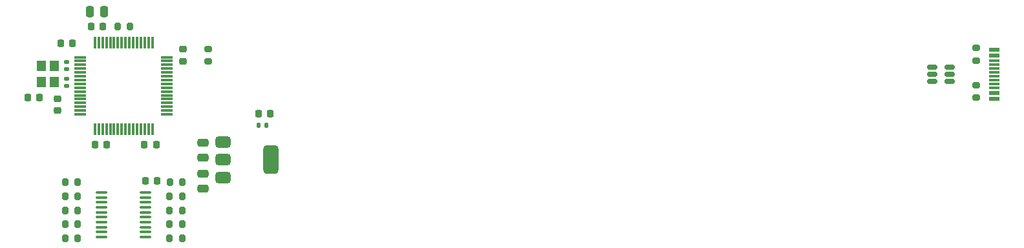
<source format=gbr>
%TF.GenerationSoftware,KiCad,Pcbnew,9.0.1*%
%TF.CreationDate,2025-07-28T14:50:10-04:00*%
%TF.ProjectId,LED-DriverPCB,4c45442d-4472-4697-9665-725043422e6b,rev?*%
%TF.SameCoordinates,Original*%
%TF.FileFunction,Paste,Top*%
%TF.FilePolarity,Positive*%
%FSLAX46Y46*%
G04 Gerber Fmt 4.6, Leading zero omitted, Abs format (unit mm)*
G04 Created by KiCad (PCBNEW 9.0.1) date 2025-07-28 14:50:10*
%MOMM*%
%LPD*%
G01*
G04 APERTURE LIST*
G04 Aperture macros list*
%AMRoundRect*
0 Rectangle with rounded corners*
0 $1 Rounding radius*
0 $2 $3 $4 $5 $6 $7 $8 $9 X,Y pos of 4 corners*
0 Add a 4 corners polygon primitive as box body*
4,1,4,$2,$3,$4,$5,$6,$7,$8,$9,$2,$3,0*
0 Add four circle primitives for the rounded corners*
1,1,$1+$1,$2,$3*
1,1,$1+$1,$4,$5*
1,1,$1+$1,$6,$7*
1,1,$1+$1,$8,$9*
0 Add four rect primitives between the rounded corners*
20,1,$1+$1,$2,$3,$4,$5,0*
20,1,$1+$1,$4,$5,$6,$7,0*
20,1,$1+$1,$6,$7,$8,$9,0*
20,1,$1+$1,$8,$9,$2,$3,0*%
G04 Aperture macros list end*
%ADD10RoundRect,0.225000X0.225000X0.250000X-0.225000X0.250000X-0.225000X-0.250000X0.225000X-0.250000X0*%
%ADD11R,1.450000X0.600000*%
%ADD12R,1.450000X0.300000*%
%ADD13RoundRect,0.200000X0.200000X0.275000X-0.200000X0.275000X-0.200000X-0.275000X0.200000X-0.275000X0*%
%ADD14RoundRect,0.200000X-0.200000X-0.275000X0.200000X-0.275000X0.200000X0.275000X-0.200000X0.275000X0*%
%ADD15RoundRect,0.100000X-0.637500X-0.100000X0.637500X-0.100000X0.637500X0.100000X-0.637500X0.100000X0*%
%ADD16RoundRect,0.140000X0.170000X-0.140000X0.170000X0.140000X-0.170000X0.140000X-0.170000X-0.140000X0*%
%ADD17RoundRect,0.250000X-0.250000X-0.475000X0.250000X-0.475000X0.250000X0.475000X-0.250000X0.475000X0*%
%ADD18RoundRect,0.250000X0.475000X-0.250000X0.475000X0.250000X-0.475000X0.250000X-0.475000X-0.250000X0*%
%ADD19RoundRect,0.375000X-0.625000X-0.375000X0.625000X-0.375000X0.625000X0.375000X-0.625000X0.375000X0*%
%ADD20RoundRect,0.500000X-0.500000X-1.400000X0.500000X-1.400000X0.500000X1.400000X-0.500000X1.400000X0*%
%ADD21RoundRect,0.135000X-0.135000X-0.185000X0.135000X-0.185000X0.135000X0.185000X-0.135000X0.185000X0*%
%ADD22RoundRect,0.200000X-0.275000X0.200000X-0.275000X-0.200000X0.275000X-0.200000X0.275000X0.200000X0*%
%ADD23RoundRect,0.225000X-0.225000X-0.250000X0.225000X-0.250000X0.225000X0.250000X-0.225000X0.250000X0*%
%ADD24RoundRect,0.225000X-0.250000X0.225000X-0.250000X-0.225000X0.250000X-0.225000X0.250000X0.225000X0*%
%ADD25RoundRect,0.075000X-0.700000X-0.075000X0.700000X-0.075000X0.700000X0.075000X-0.700000X0.075000X0*%
%ADD26RoundRect,0.075000X-0.075000X-0.700000X0.075000X-0.700000X0.075000X0.700000X-0.075000X0.700000X0*%
%ADD27RoundRect,0.225000X0.250000X-0.225000X0.250000X0.225000X-0.250000X0.225000X-0.250000X-0.225000X0*%
%ADD28RoundRect,0.250000X-0.475000X0.250000X-0.475000X-0.250000X0.475000X-0.250000X0.475000X0.250000X0*%
%ADD29R,1.200000X1.400000*%
%ADD30RoundRect,0.218750X-0.218750X-0.256250X0.218750X-0.256250X0.218750X0.256250X-0.218750X0.256250X0*%
%ADD31RoundRect,0.200000X0.275000X-0.200000X0.275000X0.200000X-0.275000X0.200000X-0.275000X-0.200000X0*%
%ADD32RoundRect,0.140000X-0.170000X0.140000X-0.170000X-0.140000X0.170000X-0.140000X0.170000X0.140000X0*%
%ADD33RoundRect,0.150000X-0.512500X-0.150000X0.512500X-0.150000X0.512500X0.150000X-0.512500X0.150000X0*%
G04 APERTURE END LIST*
D10*
%TO.C,C16*%
X230854000Y-151959000D03*
X232404000Y-151959000D03*
%TD*%
D11*
%TO.C,J9*%
X342015251Y-141241000D03*
X342015251Y-140441000D03*
D12*
X342015251Y-139741000D03*
X342015251Y-138741000D03*
X342015251Y-137241000D03*
X342015251Y-136241000D03*
D11*
X342015251Y-135541000D03*
X342015251Y-134741000D03*
X342015251Y-134741000D03*
X342015251Y-135541000D03*
D12*
X342015251Y-136741000D03*
X342015251Y-137741000D03*
X342015251Y-138241000D03*
X342015251Y-139241000D03*
D11*
X342015251Y-140441000D03*
X342015251Y-141241000D03*
%TD*%
D13*
%TO.C,R1*%
X227204000Y-131741000D03*
X228854000Y-131741000D03*
%TD*%
%TO.C,R4*%
X220379000Y-152109000D03*
X222029000Y-152109000D03*
%TD*%
D14*
%TO.C,R7*%
X235729000Y-152109000D03*
X234079000Y-152109000D03*
%TD*%
%TO.C,R8*%
X235704000Y-153959000D03*
X234054000Y-153959000D03*
%TD*%
D13*
%TO.C,R9*%
X234054000Y-155809000D03*
X235704000Y-155809000D03*
%TD*%
D14*
%TO.C,R10*%
X235704000Y-157659000D03*
X234054000Y-157659000D03*
%TD*%
%TO.C,R11*%
X235704000Y-159509000D03*
X234054000Y-159509000D03*
%TD*%
D13*
%TO.C,R12*%
X220354000Y-153959000D03*
X222004000Y-153959000D03*
%TD*%
%TO.C,R13*%
X220354000Y-155809000D03*
X222004000Y-155809000D03*
%TD*%
%TO.C,R14*%
X220354000Y-157659000D03*
X222004000Y-157659000D03*
%TD*%
%TO.C,R15*%
X220354000Y-159509000D03*
X222004000Y-159509000D03*
%TD*%
D15*
%TO.C,U1*%
X230891500Y-153484000D03*
X230891500Y-154134000D03*
X230891500Y-154784000D03*
X230891500Y-155434000D03*
X230891500Y-156084000D03*
X230891500Y-156734000D03*
X230891500Y-157384000D03*
X230891500Y-158034000D03*
X230891500Y-158684000D03*
X230891500Y-159334000D03*
X225166500Y-159334000D03*
X225166500Y-158684000D03*
X225166500Y-158034000D03*
X225166500Y-157384000D03*
X225166500Y-156734000D03*
X225166500Y-156084000D03*
X225166500Y-155434000D03*
X225166500Y-154784000D03*
X225166500Y-154134000D03*
X225166500Y-153484000D03*
%TD*%
D16*
%TO.C,C1*%
X220579000Y-137341000D03*
X220579000Y-136381000D03*
%TD*%
D10*
%TO.C,C5*%
X221354000Y-133941000D03*
X219804000Y-133941000D03*
%TD*%
D17*
%TO.C,C9*%
X223579000Y-129741000D03*
X225479000Y-129741000D03*
%TD*%
D18*
%TO.C,C12*%
X238379000Y-148891000D03*
X238379000Y-146991000D03*
%TD*%
D19*
%TO.C,U3*%
X241029000Y-146891000D03*
X241029000Y-149191000D03*
D20*
X247329000Y-149191000D03*
D19*
X241029000Y-151491000D03*
%TD*%
D21*
%TO.C,R6*%
X245669000Y-144709000D03*
X246689000Y-144709000D03*
%TD*%
D22*
%TO.C,R3*%
X339710251Y-134526000D03*
X339710251Y-136176000D03*
%TD*%
D23*
%TO.C,C7*%
X223754000Y-131741000D03*
X225304000Y-131741000D03*
%TD*%
D24*
%TO.C,C6*%
X235829000Y-134716000D03*
X235829000Y-136266000D03*
%TD*%
D25*
%TO.C,U5*%
X222354000Y-135741000D03*
X222354000Y-136241000D03*
X222354000Y-136741000D03*
X222354000Y-137241000D03*
X222354000Y-137741000D03*
X222354000Y-138241000D03*
X222354000Y-138741000D03*
X222354000Y-139241000D03*
X222354000Y-139741000D03*
X222354000Y-140241000D03*
X222354000Y-140741000D03*
X222354000Y-141241000D03*
X222354000Y-141741000D03*
X222354000Y-142241000D03*
X222354000Y-142741000D03*
X222354000Y-143241000D03*
D26*
X224279000Y-145166000D03*
X224779000Y-145166000D03*
X225279000Y-145166000D03*
X225779000Y-145166000D03*
X226279000Y-145166000D03*
X226779000Y-145166000D03*
X227279000Y-145166000D03*
X227779000Y-145166000D03*
X228279000Y-145166000D03*
X228779000Y-145166000D03*
X229279000Y-145166000D03*
X229779000Y-145166000D03*
X230279000Y-145166000D03*
X230779000Y-145166000D03*
X231279000Y-145166000D03*
X231779000Y-145166000D03*
D25*
X233704000Y-143241000D03*
X233704000Y-142741000D03*
X233704000Y-142241000D03*
X233704000Y-141741000D03*
X233704000Y-141241000D03*
X233704000Y-140741000D03*
X233704000Y-140241000D03*
X233704000Y-139741000D03*
X233704000Y-139241000D03*
X233704000Y-138741000D03*
X233704000Y-138241000D03*
X233704000Y-137741000D03*
X233704000Y-137241000D03*
X233704000Y-136741000D03*
X233704000Y-136241000D03*
X233704000Y-135741000D03*
D26*
X231779000Y-133816000D03*
X231279000Y-133816000D03*
X230779000Y-133816000D03*
X230279000Y-133816000D03*
X229779000Y-133816000D03*
X229279000Y-133816000D03*
X228779000Y-133816000D03*
X228279000Y-133816000D03*
X227779000Y-133816000D03*
X227279000Y-133816000D03*
X226779000Y-133816000D03*
X226279000Y-133816000D03*
X225779000Y-133816000D03*
X225279000Y-133816000D03*
X224779000Y-133816000D03*
X224279000Y-133816000D03*
%TD*%
D27*
%TO.C,C8*%
X219329000Y-142766000D03*
X219329000Y-141216000D03*
%TD*%
D28*
%TO.C,C11*%
X238379000Y-151041000D03*
X238379000Y-152941000D03*
%TD*%
D29*
%TO.C,X1*%
X217229000Y-136841000D03*
X217229000Y-139041000D03*
X218929000Y-139041000D03*
X218929000Y-136841000D03*
%TD*%
D10*
%TO.C,C10*%
X217029000Y-141041000D03*
X215479000Y-141041000D03*
%TD*%
D30*
%TO.C,D1*%
X245691500Y-143109000D03*
X247266500Y-143109000D03*
%TD*%
D10*
%TO.C,C3*%
X232304000Y-147191000D03*
X230754000Y-147191000D03*
%TD*%
D31*
%TO.C,R2*%
X339710251Y-141051000D03*
X339710251Y-139401000D03*
%TD*%
D32*
%TO.C,C2*%
X220579000Y-138561000D03*
X220579000Y-139521000D03*
%TD*%
D33*
%TO.C,U4*%
X333922751Y-137041000D03*
X333922751Y-137991000D03*
X333922751Y-138941000D03*
X336197751Y-138941000D03*
X336197751Y-137991000D03*
X336197751Y-137041000D03*
%TD*%
D10*
%TO.C,C4*%
X225804000Y-147191000D03*
X224254000Y-147191000D03*
%TD*%
D22*
%TO.C,R5*%
X239079000Y-134666000D03*
X239079000Y-136316000D03*
%TD*%
M02*

</source>
